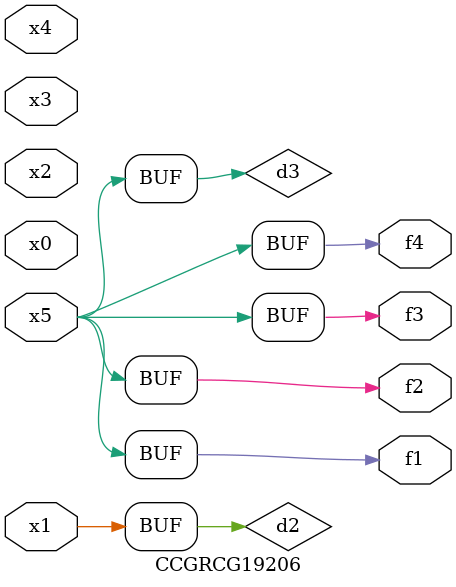
<source format=v>
module CCGRCG19206(
	input x0, x1, x2, x3, x4, x5,
	output f1, f2, f3, f4
);

	wire d1, d2, d3;

	not (d1, x5);
	or (d2, x1);
	xnor (d3, d1);
	assign f1 = d3;
	assign f2 = d3;
	assign f3 = d3;
	assign f4 = d3;
endmodule

</source>
